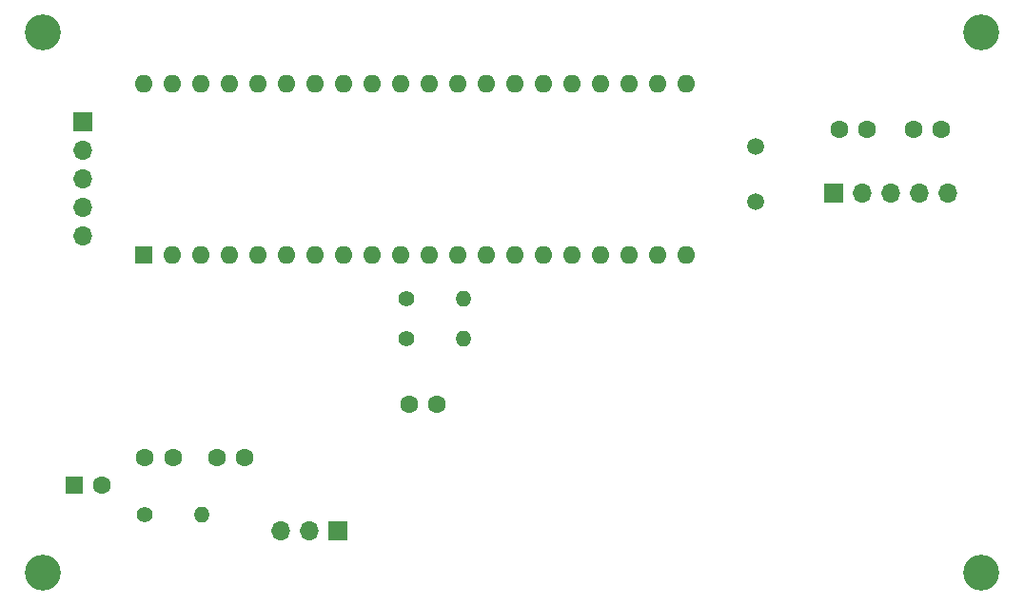
<source format=gbr>
%TF.GenerationSoftware,KiCad,Pcbnew,7.0.0*%
%TF.CreationDate,2023-07-26T19:01:22+08:00*%
%TF.ProjectId,Controller,436f6e74-726f-46c6-9c65-722e6b696361,rev?*%
%TF.SameCoordinates,Original*%
%TF.FileFunction,Soldermask,Bot*%
%TF.FilePolarity,Negative*%
%FSLAX46Y46*%
G04 Gerber Fmt 4.6, Leading zero omitted, Abs format (unit mm)*
G04 Created by KiCad (PCBNEW 7.0.0) date 2023-07-26 19:01:22*
%MOMM*%
%LPD*%
G01*
G04 APERTURE LIST*
%ADD10R,1.700000X1.700000*%
%ADD11O,1.700000X1.700000*%
%ADD12C,1.400000*%
%ADD13O,1.400000X1.400000*%
%ADD14C,1.600000*%
%ADD15R,1.600000X1.600000*%
%ADD16C,3.200000*%
%ADD17C,1.500000*%
%ADD18O,1.600000X1.600000*%
G04 APERTURE END LIST*
D10*
%TO.C,U2*%
X155919999Y-139609999D03*
D11*
X158459999Y-139609999D03*
X160999999Y-139609999D03*
X163539999Y-139609999D03*
X166079999Y-139609999D03*
%TD*%
D12*
%TO.C,R1*%
X117920000Y-152610000D03*
D13*
X122999999Y-152609999D03*
%TD*%
D14*
%TO.C,C6*%
X162990000Y-133910000D03*
X165490000Y-133910000D03*
%TD*%
D15*
%TO.C,C3*%
X88304999Y-165607999D03*
D14*
X90805000Y-165608000D03*
%TD*%
D16*
%TO.C,H1*%
X85500000Y-125300000D03*
%TD*%
D17*
%TO.C,Y1*%
X148940000Y-140360000D03*
X148940000Y-135460000D03*
%TD*%
D10*
%TO.C,J1*%
X89059999Y-133249999D03*
D11*
X89059999Y-135789999D03*
X89059999Y-138329999D03*
X89059999Y-140869999D03*
X89059999Y-143409999D03*
%TD*%
D16*
%TO.C,H3*%
X85500000Y-173400000D03*
%TD*%
D14*
%TO.C,C1*%
X94635000Y-163195000D03*
X97135000Y-163195000D03*
%TD*%
D10*
%TO.C,U3*%
X111759999Y-169671999D03*
D11*
X109219999Y-169671999D03*
X106679999Y-169671999D03*
%TD*%
D16*
%TO.C,H4*%
X169060000Y-173400000D03*
%TD*%
D12*
%TO.C,R3*%
X94615000Y-168275000D03*
D13*
X99694999Y-168274999D03*
%TD*%
D14*
%TO.C,C4*%
X156390000Y-133910000D03*
X158890000Y-133910000D03*
%TD*%
D16*
%TO.C,H2*%
X169040000Y-125300000D03*
%TD*%
D12*
%TO.C,R2*%
X117920000Y-149010000D03*
D13*
X122999999Y-149009999D03*
%TD*%
D15*
%TO.C,U4*%
X94479999Y-145149999D03*
D18*
X97019999Y-145149999D03*
X99559999Y-145149999D03*
X102099999Y-145149999D03*
X104639999Y-145149999D03*
X107179999Y-145149999D03*
X109719999Y-145149999D03*
X112259999Y-145149999D03*
X114799999Y-145149999D03*
X117339999Y-145149999D03*
X119879999Y-145149999D03*
X122419999Y-145149999D03*
X124959999Y-145149999D03*
X127499999Y-145149999D03*
X130039999Y-145149999D03*
X132579999Y-145149999D03*
X135119999Y-145149999D03*
X137659999Y-145149999D03*
X140199999Y-145149999D03*
X142739999Y-145149999D03*
X142739999Y-129909999D03*
X140199999Y-129909999D03*
X137659999Y-129909999D03*
X135119999Y-129909999D03*
X132579999Y-129909999D03*
X130039999Y-129909999D03*
X127499999Y-129909999D03*
X124959999Y-129909999D03*
X122419999Y-129909999D03*
X119879999Y-129909999D03*
X117339999Y-129909999D03*
X114799999Y-129909999D03*
X112259999Y-129909999D03*
X109719999Y-129909999D03*
X107179999Y-129909999D03*
X104639999Y-129909999D03*
X102099999Y-129909999D03*
X99559999Y-129909999D03*
X97019999Y-129909999D03*
X94479999Y-129909999D03*
%TD*%
D14*
%TO.C,C2*%
X101005000Y-163195000D03*
X103505000Y-163195000D03*
%TD*%
%TO.C,C5*%
X118110000Y-158410000D03*
X120610000Y-158410000D03*
%TD*%
M02*

</source>
